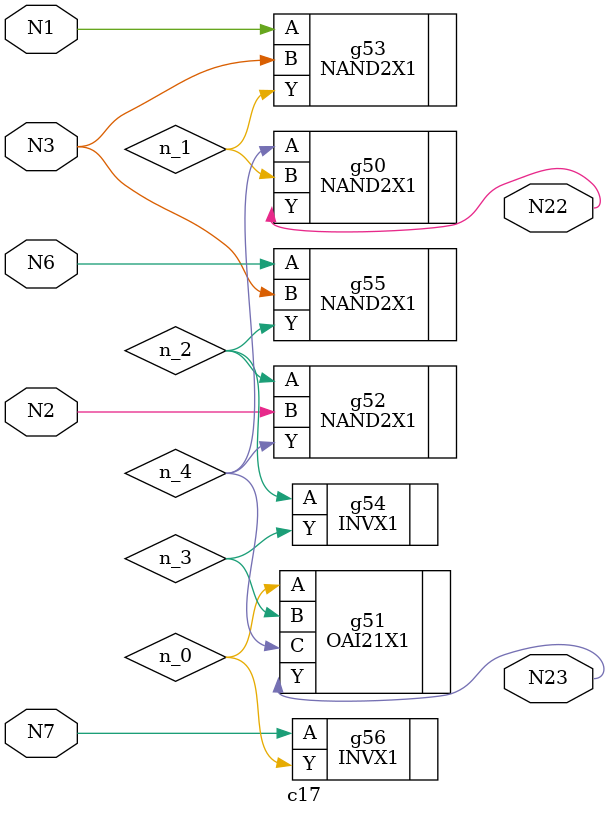
<source format=v>


// Verification Directory fv/c17 

module c17(N1, N2, N3, N6, N7, N22, N23);
  input N1, N2, N3, N6, N7;
  output N22, N23;
  wire N1, N2, N3, N6, N7;
  wire N22, N23;
  wire n_0, n_1, n_2, n_3, n_4;
  NAND2X1 g50(.A (n_4), .B (n_1), .Y (N22));
  OAI21X1 g51(.A (n_0), .B (n_3), .C (n_4), .Y (N23));
  NAND2X1 g52(.A (n_2), .B (N2), .Y (n_4));
  INVX1 g54(.A (n_2), .Y (n_3));
  NAND2X1 g53(.A (N1), .B (N3), .Y (n_1));
  NAND2X1 g55(.A (N6), .B (N3), .Y (n_2));
  INVX1 g56(.A (N7), .Y (n_0));
endmodule


</source>
